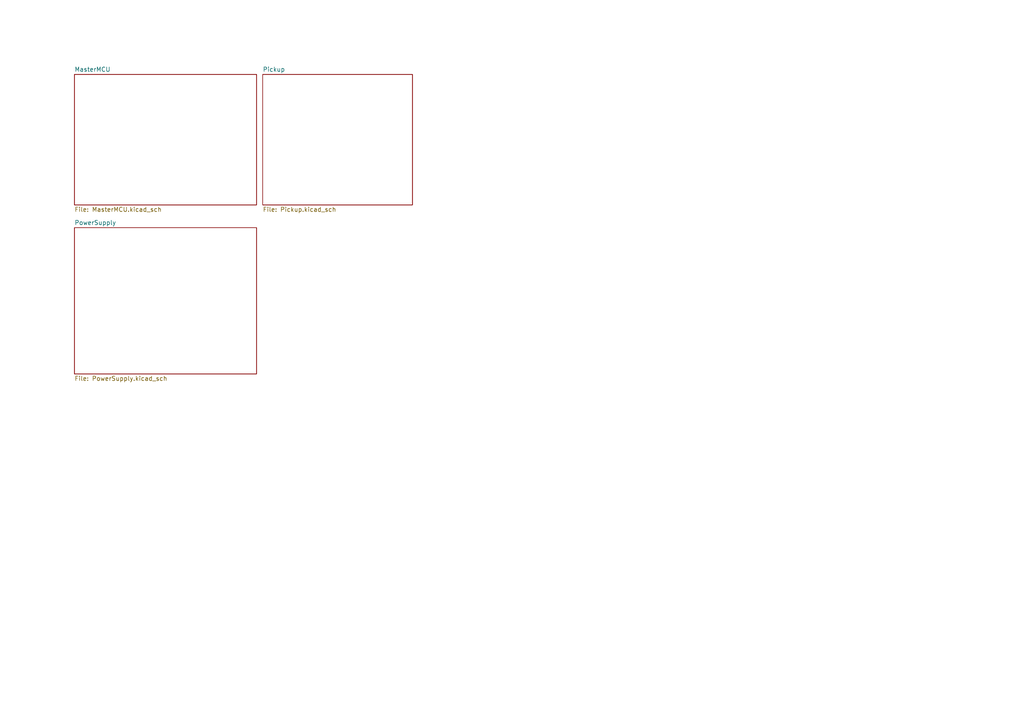
<source format=kicad_sch>
(kicad_sch
	(version 20231120)
	(generator "eeschema")
	(generator_version "8.0")
	(uuid "11318d21-84ec-46b6-bc16-194e02362538")
	(paper "A4")
	(lib_symbols)
	(sheet
		(at 21.59 66.04)
		(size 52.832 42.418)
		(fields_autoplaced yes)
		(stroke
			(width 0.1524)
			(type solid)
		)
		(fill
			(color 0 0 0 0.0000)
		)
		(uuid "511175fb-c7d1-4580-be3f-5684a0d9d812")
		(property "Sheetname" "PowerSupply"
			(at 21.59 65.3284 0)
			(effects
				(font
					(size 1.27 1.27)
				)
				(justify left bottom)
			)
		)
		(property "Sheetfile" "PowerSupply.kicad_sch"
			(at 21.59 109.0426 0)
			(effects
				(font
					(size 1.27 1.27)
				)
				(justify left top)
			)
		)
		(instances
			(project "MultichannelPickup"
				(path "/11318d21-84ec-46b6-bc16-194e02362538"
					(page "3")
				)
			)
		)
	)
	(sheet
		(at 21.59 21.59)
		(size 52.832 37.846)
		(fields_autoplaced yes)
		(stroke
			(width 0.1524)
			(type solid)
		)
		(fill
			(color 0 0 0 0.0000)
		)
		(uuid "d2e9b513-802a-453a-ad2b-3e67eb5e7fe1")
		(property "Sheetname" "MasterMCU"
			(at 21.59 20.8784 0)
			(effects
				(font
					(size 1.27 1.27)
				)
				(justify left bottom)
			)
		)
		(property "Sheetfile" "MasterMCU.kicad_sch"
			(at 21.59 60.0206 0)
			(effects
				(font
					(size 1.27 1.27)
				)
				(justify left top)
			)
		)
		(instances
			(project "MultichannelPickup"
				(path "/11318d21-84ec-46b6-bc16-194e02362538"
					(page "2")
				)
			)
		)
	)
	(sheet
		(at 76.2 21.59)
		(size 43.434 37.846)
		(fields_autoplaced yes)
		(stroke
			(width 0.1524)
			(type solid)
		)
		(fill
			(color 0 0 0 0.0000)
		)
		(uuid "d9bc5384-1cfa-44c0-9b8b-9e2d338aae64")
		(property "Sheetname" "Pickup"
			(at 76.2 20.8784 0)
			(effects
				(font
					(size 1.27 1.27)
				)
				(justify left bottom)
			)
		)
		(property "Sheetfile" "Pickup.kicad_sch"
			(at 76.2 60.0206 0)
			(effects
				(font
					(size 1.27 1.27)
				)
				(justify left top)
			)
		)
		(instances
			(project "MultichannelPickup"
				(path "/11318d21-84ec-46b6-bc16-194e02362538"
					(page "4")
				)
			)
		)
	)
	(sheet_instances
		(path "/"
			(page "1")
		)
	)
)

</source>
